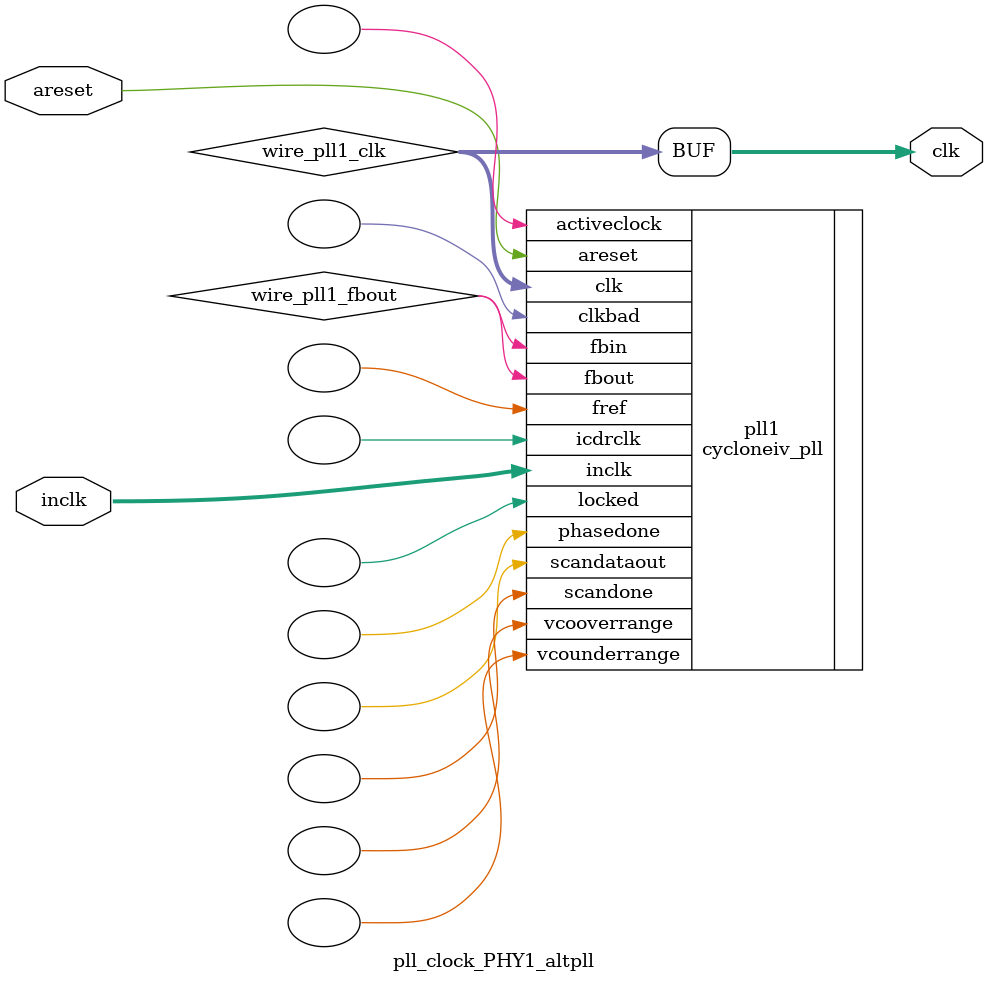
<source format=v>






//synthesis_resources = cycloneiv_pll 1 
//synopsys translate_off
`timescale 1 ps / 1 ps
//synopsys translate_on
module  pll_clock_PHY1_altpll
	( 
	areset,
	clk,
	inclk) /* synthesis synthesis_clearbox=1 */;
	input   areset;
	output   [4:0]  clk;
	input   [1:0]  inclk;
`ifndef ALTERA_RESERVED_QIS
// synopsys translate_off
`endif
	tri0   areset;
	tri0   [1:0]  inclk;
`ifndef ALTERA_RESERVED_QIS
// synopsys translate_on
`endif

	wire  [4:0]   wire_pll1_clk;
	wire  wire_pll1_fbout;

	cycloneiv_pll   pll1
	( 
	.activeclock(),
	.areset(areset),
	.clk(wire_pll1_clk),
	.clkbad(),
	.fbin(wire_pll1_fbout),
	.fbout(wire_pll1_fbout),
	.fref(),
	.icdrclk(),
	.inclk(inclk),
	.locked(),
	.phasedone(),
	.scandataout(),
	.scandone(),
	.vcooverrange(),
	.vcounderrange()
	`ifndef FORMAL_VERIFICATION
	// synopsys translate_off
	`endif
	,
	.clkswitch(1'b0),
	.configupdate(1'b0),
	.pfdena(1'b1),
	.phasecounterselect({3{1'b0}}),
	.phasestep(1'b0),
	.phaseupdown(1'b0),
	.scanclk(1'b0),
	.scanclkena(1'b1),
	.scandata(1'b0)
	`ifndef FORMAL_VERIFICATION
	// synopsys translate_on
	`endif
	);
	defparam
		pll1.bandwidth_type = "auto",
		pll1.clk0_divide_by = 2,
		pll1.clk0_duty_cycle = 50,
		pll1.clk0_multiply_by = 5,
		pll1.clk0_phase_shift = "2000",
		pll1.clk1_divide_by = 2,
		pll1.clk1_duty_cycle = 50,
		pll1.clk1_multiply_by = 1,
		pll1.clk1_phase_shift = "10000",
		pll1.clk2_divide_by = 20,
		pll1.clk2_duty_cycle = 50,
		pll1.clk2_multiply_by = 1,
		pll1.clk2_phase_shift = "100000",
		pll1.compensate_clock = "clk0",
		pll1.inclk0_input_frequency = 20000,
		pll1.operation_mode = "normal",
		pll1.pll_type = "auto",
		pll1.lpm_type = "cycloneiv_pll";
	assign
		clk = {wire_pll1_clk[4:0]};
endmodule //pll_clock_PHY1_altpll
//VALID FILE

</source>
